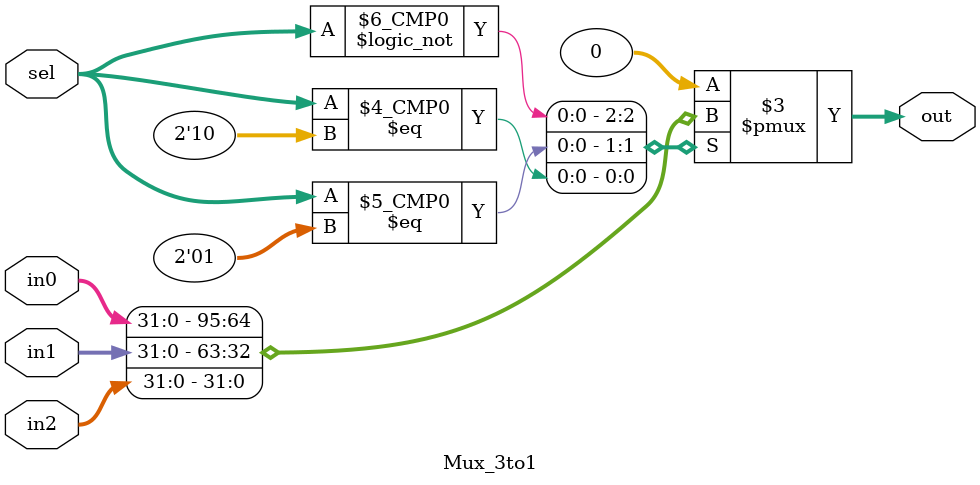
<source format=sv>
`timescale 1ns/1ps
module Mux_3to1 (in0, in1, in2, sel, out);

    localparam WIDTH = 32;

    input  logic [WIDTH-1:0] in0;     // case 00
    input  logic [WIDTH-1:0] in1;     // case 01
    input  logic [WIDTH-1:0] in2;     // case 10
    input  logic [1:0]       sel;     // select line
    output logic [WIDTH-1:0] out;      // result

    always_comb begin
        case (sel)
            2'b00: out = in0;
            2'b01: out = in1;
            2'b10: out = in2;
            default: out = '0;
        endcase
    end
endmodule

</source>
